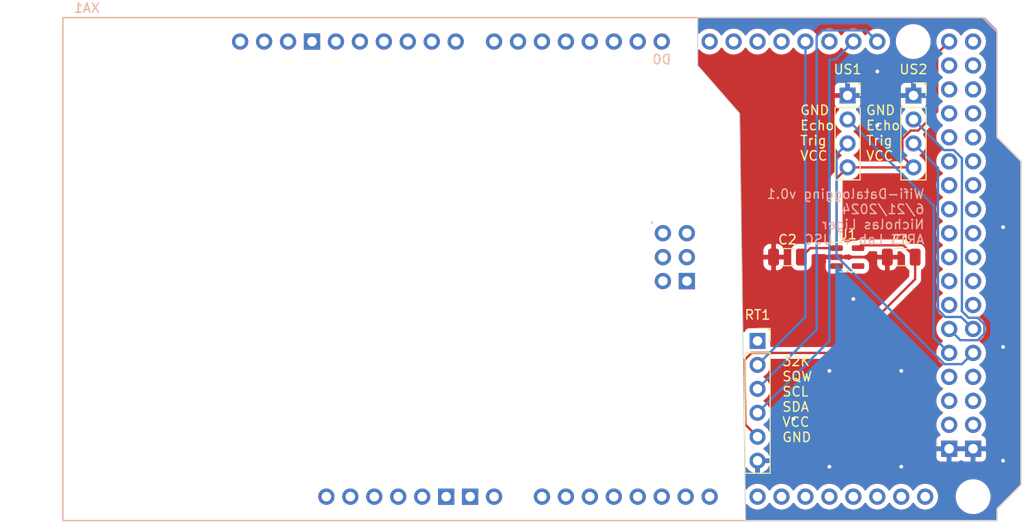
<source format=kicad_pcb>
(kicad_pcb (version 20221018) (generator pcbnew)
  (layers (0 "F.Cu" signal) (31 "B.Cu" signal) (34 "B.Paste" user) (35 "F.Paste" user) (36 "B.SilkS" user "B.Silkscreen") (37 "F.SilkS" user "F.Silkscreen") (38 "B.Mask" user) (39 "F.Mask" user) (44 "Edge.Cuts" user))
  (net 0 "")
  (net 1 "GND")
  (net 4 "Net-(U1-VIN)")
  (net 6 "Net-(RT1-~{INT}{slash}SQW)")
  (net 7 "Net-(RT1-SCL)")
  (net 48 "Net-(RT1-SDA)")
  (net 49 "Net-(US1-ECHO)")
  (net 87 "Net-(US1-TRIG)")
  (net 88 "Net-(US2-ECHO)")
  (net 89 "Net-(US2-TRIG)")
  (net 90 "Net-(RT1-VCC)")
  (footprint "Connector_PinSocket_2.54mm:PinSocket_1x04_P2.54mm_Vertical" (layer "F.Cu") (at 194.335 81.925)
    (fp_text reference "US2" (at 0 -2.77) (layer "F.SilkS"))
    (fp_text value "JSN-04")
    (fp_line (start -1.33 1.27) (end -1.33 8.95) (stroke (width 0.12)) (layer "F.SilkS"))
    (fp_line (start -1.33 1.27) (end 1.33 1.27) (stroke (width 0.12)) (layer "F.SilkS"))
    (fp_line (start -1.33 8.95) (end 1.33 8.95) (stroke (width 0.12)) (layer "F.SilkS"))
    (fp_line (start 0 -1.33) (end 1.33 -1.33) (stroke (width 0.12)) (layer "F.SilkS"))
    (fp_line (start 1.33 -1.33) (end 1.33 0) (stroke (width 0.12)) (layer "F.SilkS"))
    (fp_line (start 1.33 1.27) (end 1.33 8.95) (stroke (width 0.12)) (layer "F.SilkS"))
    (pad "1" thru_hole rect (at 0 0) (size 1.7 1.7) (drill 1) (layers "*.Cu" "*.Mask") (net 1 "GND"))
    (pad "2" thru_hole oval (at 0 2.54) (size 1.7 1.7) (drill 1) (layers "*.Cu" "*.Mask") (net 88 "Net-(US2-ECHO)"))
    (pad "3" thru_hole oval (at 0 5.08) (size 1.7 1.7) (drill 1) (layers "*.Cu" "*.Mask") (net 89 "Net-(US2-TRIG)"))
    (pad "4" thru_hole oval (at 0 7.62) (size 1.7 1.7) (drill 1) (layers "*.Cu" "*.Mask") (net 4 "Net-(U1-VIN)"))
  )
  (footprint "Capacitor_SMD:C_1206_3216Metric" (layer "F.Cu") (at 180.975 99.06)
    (fp_text reference "C2" (at 0 -1.85) (layer "F.SilkS"))
    (fp_text value "1 µF")
    (fp_line (start -0.711252 -0.91) (end 0.711252 -0.91) (stroke (width 0.12)) (layer "F.SilkS"))
    (fp_line (start -0.711252 0.91) (end 0.711252 0.91) (stroke (width 0.12)) (layer "F.SilkS"))
    (pad "1" smd roundrect (at -1.475 0) (size 1.15 1.8) (layers "F.Cu" "F.Paste" "F.Mask") (roundrect_rratio 0.217391) (net 1 "GND"))
    (pad "2" smd roundrect (at 1.475 0) (size 1.15 1.8) (layers "F.Cu" "F.Paste" "F.Mask") (roundrect_rratio 0.217391) (net 4 "Net-(U1-VIN)"))
  )
  (footprint "Capacitor_SMD:C_1206_3216Metric" (layer "F.Cu") (at 193.04 99.06)
    (fp_text reference "C1" (at 0 -1.85) (layer "F.SilkS"))
    (fp_text value "1 µF")
    (fp_line (start -0.711252 -0.91) (end 0.711252 -0.91) (stroke (width 0.12)) (layer "F.SilkS"))
    (fp_line (start -0.711252 0.91) (end 0.711252 0.91) (stroke (width 0.12)) (layer "F.SilkS"))
    (pad "1" smd roundrect (at -1.475 0) (size 1.15 1.8) (layers "F.Cu" "F.Paste" "F.Mask") (roundrect_rratio 0.217391) (net 1 "GND"))
    (pad "2" smd roundrect (at 1.475 0) (size 1.15 1.8) (layers "F.Cu" "F.Paste" "F.Mask") (roundrect_rratio 0.217391) (net 90 "Net-(RT1-VCC)"))
  )
  (footprint "Package_TO_SOT_SMD:SOT-23-5" (layer "F.Cu") (at 187.325 99.06)
    (fp_text reference "U1" (at 0 -2.4) (layer "F.SilkS"))
    (fp_text value "TC2014-3.3VxCTTR")
    (fp_line (start 0 -1.56) (end -1.8 -1.56) (stroke (width 0.12)) (layer "F.SilkS"))
    (fp_line (start 0 -1.56) (end 0.8 -1.56) (stroke (width 0.12)) (layer "F.SilkS"))
    (fp_line (start 0 1.56) (end -0.8 1.56) (stroke (width 0.12)) (layer "F.SilkS"))
    (fp_line (start 0 1.56) (end 0.8 1.56) (stroke (width 0.12)) (layer "F.SilkS"))
    (pad "1" smd roundrect (at -1.1375 -0.95) (size 1.325 0.6) (layers "F.Cu" "F.Paste" "F.Mask") (net 4 "Net-(U1-VIN)"))
    (pad "2" smd roundrect (at -1.1375 0) (size 1.325 0.6) (layers "F.Cu" "F.Paste" "F.Mask") (net 1 "GND"))
    (pad "3" smd roundrect (at -1.1375 0.95) (size 1.325 0.6) (layers "F.Cu" "F.Paste" "F.Mask"))
    (pad "4" smd roundrect (at 1.1375 0.95) (size 1.325 0.6) (layers "F.Cu" "F.Paste" "F.Mask"))
    (pad "5" smd roundrect (at 1.1375 -0.95) (size 1.325 0.6) (layers "F.Cu" "F.Paste" "F.Mask") (net 90 "Net-(RT1-VCC)"))
  )
  (footprint "Connector_PinSocket_2.54mm:PinSocket_1x06_P2.54mm_Vertical" (layer "F.Cu") (at 177.8 107.95)
    (fp_text reference "RT1" (at 0 -2.77) (layer "F.SilkS"))
    (fp_text value "Real Time Clock")
    (fp_line (start -1.33 1.27) (end -1.33 14.03) (stroke (width 0.12)) (layer "F.SilkS"))
    (fp_line (start -1.33 1.27) (end 1.33 1.27) (stroke (width 0.12)) (layer "F.SilkS"))
    (fp_line (start -1.33 14.03) (end 1.33 14.03) (stroke (width 0.12)) (layer "F.SilkS"))
    (fp_line (start 0 -1.33) (end 1.33 -1.33) (stroke (width 0.12)) (layer "F.SilkS"))
    (fp_line (start 1.33 -1.33) (end 1.33 0) (stroke (width 0.12)) (layer "F.SilkS"))
    (fp_line (start 1.33 1.27) (end 1.33 14.03) (stroke (width 0.12)) (layer "F.SilkS"))
    (pad "1" thru_hole rect (at 0 0) (size 1.7 1.7) (drill 1) (layers "*.Cu" "*.Mask"))
    (pad "2" thru_hole oval (at 0 2.54) (size 1.7 1.7) (drill 1) (layers "*.Cu" "*.Mask") (net 6 "Net-(RT1-~{INT}{slash}SQW)"))
    (pad "3" thru_hole oval (at 0 5.08) (size 1.7 1.7) (drill 1) (layers "*.Cu" "*.Mask") (net 7 "Net-(RT1-SCL)"))
    (pad "4" thru_hole oval (at 0 7.62) (size 1.7 1.7) (drill 1) (layers "*.Cu" "*.Mask") (net 48 "Net-(RT1-SDA)"))
    (pad "5" thru_hole oval (at 0 10.16) (size 1.7 1.7) (drill 1) (layers "*.Cu" "*.Mask") (net 90 "Net-(RT1-VCC)"))
    (pad "6" thru_hole oval (at 0 12.7) (size 1.7 1.7) (drill 1) (layers "*.Cu" "*.Mask") (net 1 "GND"))
  )
  (footprint "Connector_PinSocket_2.54mm:PinSocket_1x04_P2.54mm_Vertical" (layer "F.Cu") (at 187.35 81.925)
    (fp_text reference "US1" (at 0 -2.77) (layer "F.SilkS"))
    (fp_text value "JSN-04")
    (fp_line (start -1.33 1.27) (end -1.33 8.95) (stroke (width 0.12)) (layer "F.SilkS"))
    (fp_line (start -1.33 1.27) (end 1.33 1.27) (stroke (width 0.12)) (layer "F.SilkS"))
    (fp_line (start -1.33 8.95) (end 1.33 8.95) (stroke (width 0.12)) (layer "F.SilkS"))
    (fp_line (start 0 -1.33) (end 1.33 -1.33) (stroke (width 0.12)) (layer "F.SilkS"))
    (fp_line (start 1.33 -1.33) (end 1.33 0) (stroke (width 0.12)) (layer "F.SilkS"))
    (fp_line (start 1.33 1.27) (end 1.33 8.95) (stroke (width 0.12)) (layer "F.SilkS"))
    (pad "1" thru_hole rect (at 0 0) (size 1.7 1.7) (drill 1) (layers "*.Cu" "*.Mask") (net 1 "GND"))
    (pad "2" thru_hole oval (at 0 2.54) (size 1.7 1.7) (drill 1) (layers "*.Cu" "*.Mask") (net 49 "Net-(US1-ECHO)"))
    (pad "3" thru_hole oval (at 0 5.08) (size 1.7 1.7) (drill 1) (layers "*.Cu" "*.Mask") (net 87 "Net-(US1-TRIG)"))
    (pad "4" thru_hole oval (at 0 7.62) (size 1.7 1.7) (drill 1) (layers "*.Cu" "*.Mask") (net 4 "Net-(U1-VIN)"))
  )
  (footprint "PCM_arduino-library:Arduino_Mega2560_R3_Shield" (layer "F.Cu") (at 104.14 127)
    (fp_text reference "XA1" (at 2.54 -54.356) (layer "B.SilkS") (effects (justify mirror)))
    (fp_text value "Arduino_Mega2560_Shield")
    (fp_text user "." (at 62.484 -32.004) (layer "B.SilkS"))
    (fp_text user "D0" (at 63.5 -48.895 unlocked) (layer "B.SilkS") (effects (justify mirror)))
    (fp_text user "." (at 62.484 -32.004) (layer "F.SilkS"))
    (fp_text user "D0" (at 63.5 -48.895 unlocked) (layer "F.SilkS"))
    (fp_line (start 0 -53.34) (end 0 0) (stroke (width 0.15)) (layer "B.SilkS"))
    (fp_line (start 0 -53.34) (end 97.536 -53.34) (stroke (width 0.15)) (layer "B.SilkS"))
    (fp_line (start 0 0) (end 99.06 0) (stroke (width 0.15)) (layer "B.SilkS"))
    (fp_line (start 97.536 -53.34) (end 99.06 -51.816) (stroke (width 0.15)) (layer "B.SilkS"))
    (fp_line (start 99.06 -40.64) (end 99.06 -51.816) (stroke (width 0.15)) (layer "B.SilkS"))
    (fp_line (start 99.06 -1.27) (end 101.6 -3.81) (stroke (width 0.15)) (layer "B.SilkS"))
    (fp_line (start 99.06 0) (end 99.06 -1.27) (stroke (width 0.15)) (layer "B.SilkS"))
    (fp_line (start 101.6 -38.1) (end 99.06 -40.64) (stroke (width 0.15)) (layer "B.SilkS"))
    (fp_line (start 101.6 -3.81) (end 101.6 -38.1) (stroke (width 0.15)) (layer "B.SilkS"))
    (pad "" np_thru_hole circle (at 13.97 -2.54) (size 3.2 3.2) (drill 3.2) (layers "*.Cu" "*.Mask"))
    (pad "" np_thru_hole circle (at 15.24 -50.8) (size 3.2 3.2) (drill 3.2) (layers "*.Cu" "*.Mask"))
    (pad "" thru_hole oval (at 27.94 -2.54) (size 1.7272 1.7272) (drill 1.016) (layers "*.Cu" "*.Mask"))
    (pad "" np_thru_hole circle (at 66.04 -35.56) (size 3.2 3.2) (drill 3.2) (layers "*.Cu" "*.Mask"))
    (pad "" np_thru_hole circle (at 66.04 -7.62) (size 3.2 3.2) (drill 3.2) (layers "*.Cu" "*.Mask"))
    (pad "" np_thru_hole circle (at 90.17 -50.8) (size 3.2 3.2) (drill 3.2) (layers "*.Cu" "*.Mask"))
    (pad "" np_thru_hole circle (at 96.52 -2.54) (size 3.2 3.2) (drill 3.2) (layers "*.Cu" "*.Mask"))
    (pad "3V3" thru_hole oval (at 35.56 -2.54) (size 1.7272 1.7272) (drill 1.016) (layers "*.Cu" "*.Mask"))
    (pad "5V1" thru_hole oval (at 38.1 -2.54) (size 1.7272 1.7272) (drill 1.016) (layers "*.Cu" "*.Mask"))
    (pad "5V2" thru_hole oval (at 66.167 -30.48) (size 1.7272 1.7272) (drill 1.016) (layers "*.Cu" "*.Mask"))
    (pad "5V3" thru_hole oval (at 93.98 -50.8) (size 1.7272 1.7272) (drill 1.016) (layers "*.Cu" "*.Mask") (net 4 "Net-(U1-VIN)"))
    (pad "5V4" thru_hole oval (at 96.52 -50.8) (size 1.7272 1.7272) (drill 1.016) (layers "*.Cu" "*.Mask"))
    (pad "A0" thru_hole oval (at 50.8 -2.54) (size 1.7272 1.7272) (drill 1.016) (layers "*.Cu" "*.Mask"))
    (pad "A1" thru_hole oval (at 53.34 -2.54) (size 1.7272 1.7272) (drill 1.016) (layers "*.Cu" "*.Mask"))
    (pad "A2" thru_hole oval (at 55.88 -2.54) (size 1.7272 1.7272) (drill 1.016) (layers "*.Cu" "*.Mask"))
    (pad "A3" thru_hole oval (at 58.42 -2.54) (size 1.7272 1.7272) (drill 1.016) (layers "*.Cu" "*.Mask"))
    (pad "A4" thru_hole oval (at 60.96 -2.54) (size 1.7272 1.7272) (drill 1.016) (layers "*.Cu" "*.Mask"))
    (pad "A5" thru_hole oval (at 63.5 -2.54) (size 1.7272 1.7272) (drill 1.016) (layers "*.Cu" "*.Mask"))
    (pad "A6" thru_hole oval (at 66.04 -2.54) (size 1.7272 1.7272) (drill 1.016) (layers "*.Cu" "*.Mask"))
    (pad "A7" thru_hole oval (at 68.58 -2.54) (size 1.7272 1.7272) (drill 1.016) (layers "*.Cu" "*.Mask"))
    (pad "A8" thru_hole oval (at 73.66 -2.54) (size 1.7272 1.7272) (drill 1.016) (layers "*.Cu" "*.Mask"))
    (pad "A9" thru_hole oval (at 76.2 -2.54) (size 1.7272 1.7272) (drill 1.016) (layers "*.Cu" "*.Mask"))
    (pad "A10" thru_hole oval (at 78.74 -2.54) (size 1.7272 1.7272) (drill 1.016) (layers "*.Cu" "*.Mask"))
    (pad "A11" thru_hole oval (at 81.28 -2.54) (size 1.7272 1.7272) (drill 1.016) (layers "*.Cu" "*.Mask"))
    (pad "A12" thru_hole oval (at 83.82 -2.54) (size 1.7272 1.7272) (drill 1.016) (layers "*.Cu" "*.Mask"))
    (pad "A13" thru_hole oval (at 86.36 -2.54) (size 1.7272 1.7272) (drill 1.016) (layers "*.Cu" "*.Mask"))
    (pad "A14" thru_hole oval (at 88.9 -2.54) (size 1.7272 1.7272) (drill 1.016) (layers "*.Cu" "*.Mask"))
    (pad "A15" thru_hole oval (at 91.44 -2.54) (size 1.7272 1.7272) (drill 1.016) (layers "*.Cu" "*.Mask"))
    (pad "AREF" thru_hole oval (at 23.876 -50.8) (size 1.7272 1.7272) (drill 1.016) (layers "*.Cu" "*.Mask"))
    (pad "D0" thru_hole oval (at 63.5 -50.8) (size 1.7272 1.7272) (drill 1.016) (layers "*.Cu" "*.Mask"))
    (pad "D1" thru_hole oval (at 60.96 -50.8) (size 1.7272 1.7272) (drill 1.016) (layers "*.Cu" "*.Mask"))
    (pad "D2" thru_hole oval (at 58.42 -50.8) (size 1.7272 1.7272) (drill 1.016) (layers "*.Cu" "*.Mask"))
    (pad "D3" thru_hole oval (at 55.88 -50.8) (size 1.7272 1.7272) (drill 1.016) (layers "*.Cu" "*.Mask"))
    (pad "D4" thru_hole oval (at 53.34 -50.8) (size 1.7272 1.7272) (drill 1.016) (layers "*.Cu" "*.Mask"))
    (pad "D5" thru_hole oval (at 50.8 -50.8) (size 1.7272 1.7272) (drill 1.016) (layers "*.Cu" "*.Mask"))
    (pad "D6" thru_hole oval (at 48.26 -50.8) (size 1.7272 1.7272) (drill 1.016) (layers "*.Cu" "*.Mask"))
    (pad "D7" thru_hole oval (at 45.72 -50.8) (size 1.7272 1.7272) (drill 1.016) (layers "*.Cu" "*.Mask"))
    (pad "D8" thru_hole oval (at 41.656 -50.8) (size 1.7272 1.7272) (drill 1.016) (layers "*.Cu" "*.Mask"))
    (pad "D9" thru_hole oval (at 39.116 -50.8) (size 1.7272 1.7272) (drill 1.016) (layers "*.Cu" "*.Mask"))
    (pad "D10" thru_hole oval (at 36.576 -50.8) (size 1.7272 1.7272) (drill 1.016) (layers "*.Cu" "*.Mask"))
    (pad "D11" thru_hole oval (at 34.036 -50.8) (size 1.7272 1.7272) (drill 1.016) (layers "*.Cu" "*.Mask"))
    (pad "D12" thru_hole oval (at 31.496 -50.8) (size 1.7272 1.7272) (drill 1.016) (layers "*.Cu" "*.Mask"))
    (pad "D13" thru_hole oval (at 28.956 -50.8) (size 1.7272 1.7272) (drill 1.016) (layers "*.Cu" "*.Mask"))
    (pad "D14" thru_hole oval (at 68.58 -50.8) (size 1.7272 1.7272) (drill 1.016) (layers "*.Cu" "*.Mask"))
    (pad "D15" thru_hole oval (at 71.12 -50.8) (size 1.7272 1.7272) (drill 1.016) (layers "*.Cu" "*.Mask"))
    (pad "D16" thru_hole oval (at 73.66 -50.8) (size 1.7272 1.7272) (drill 1.016) (layers "*.Cu" "*.Mask"))
    (pad "D17" thru_hole oval (at 76.2 -50.8) (size 1.7272 1.7272) (drill 1.016) (layers "*.Cu" "*.Mask"))
    (pad "D18" thru_hole oval (at 78.74 -50.8) (size 1.7272 1.7272) (drill 1.016) (layers "*.Cu" "*.Mask") (net 6 "Net-(RT1-~{INT}{slash}SQW)"))
    (pad "D19" thru_hole oval (at 81.28 -50.8) (size 1.7272 1.7272) (drill 1.016) (layers "*.Cu" "*.Mask"))
    (pad "D20" thru_hole oval (at 83.82 -50.8) (size 1.7272 1.7272) (drill 1.016) (layers "*.Cu" "*.Mask") (net 48 "Net-(RT1-SDA)"))
    (pad "D21" thru_hole oval (at 86.36 -50.8) (size 1.7272 1.7272) (drill 1.016) (layers "*.Cu" "*.Mask") (net 7 "Net-(RT1-SCL)"))
    (pad "D22" thru_hole oval (at 93.98 -48.26) (size 1.7272 1.7272) (drill 1.016) (layers "*.Cu" "*.Mask"))
    (pad "D23" thru_hole oval (at 96.52 -48.26) (size 1.7272 1.7272) (drill 1.016) (layers "*.Cu" "*.Mask"))
    (pad "D24" thru_hole oval (at 93.98 -45.72) (size 1.7272 1.7272) (drill 1.016) (layers "*.Cu" "*.Mask"))
    (pad "D25" thru_hole oval (at 96.52 -45.72) (size 1.7272 1.7272) (drill 1.016) (layers "*.Cu" "*.Mask"))
    (pad "D26" thru_hole oval (at 93.98 -43.18) (size 1.7272 1.7272) (drill 1.016) (layers "*.Cu" "*.Mask"))
    (pad "D27" thru_hole oval (at 96.52 -43.18) (size 1.7272 1.7272) (drill 1.016) (layers "*.Cu" "*.Mask"))
    (pad "D28" thru_hole oval (at 93.98 -40.64) (size 1.7272 1.7272) (drill 1.016) (layers "*.Cu" "*.Mask"))
    (pad "D29" thru_hole oval (at 96.52 -40.64) (size 1.7272 1.7272) (drill 1.016) (layers "*.Cu" "*.Mask"))
    (pad "D30" thru_hole oval (at 93.98 -38.1) (size 1.7272 1.7272) (drill 1.016) (layers "*.Cu" "*.Mask"))
    (pad "D31" thru_hole oval (at 96.52 -38.1) (size 1.7272 1.7272) (drill 1.016) (layers "*.Cu" "*.Mask"))
    (pad "D32" thru_hole oval (at 93.98 -35.56) (size 1.7272 1.7272) (drill 1.016) (layers "*.Cu" "*.Mask"))
    (pad "D33" thru_hole oval (at 96.52 -35.56) (size 1.7272 1.7272) (drill 1.016) (layers "*.Cu" "*.Mask"))
    (pad "D34" thru_hole oval (at 93.98 -33.02) (size 1.7272 1.7272) (drill 1.016) (layers "*.Cu" "*.Mask"))
    (pad "D35" thru_hole oval (at 96.52 -33.02) (size 1.7272 1.7272) (drill 1.016) (layers "*.Cu" "*.Mask"))
    (pad "D36" thru_hole oval (at 93.98 -30.48) (size 1.7272 1.7272) (drill 1.016) (layers "*.Cu" "*.Mask"))
    (pad "D37" thru_hole oval (at 96.52 -30.48) (size 1.7272 1.7272) (drill 1.016) (layers "*.Cu" "*.Mask"))
    (pad "D38" thru_hole oval (at 93.98 -27.94) (size 1.7272 1.7272) (drill 1.016) (layers "*.Cu" "*.Mask"))
    (pad "D39" thru_hole oval (at 96.52 -27.94) (size 1.7272 1.7272) (drill 1.016) (layers "*.Cu" "*.Mask"))
    (pad "D40" thru_hole oval (at 93.98 -25.4) (size 1.7272 1.7272) (drill 1.016) (layers "*.Cu" "*.Mask"))
    (pad "D41" thru_hole oval (at 96.52 -25.4) (size 1.7272 1.7272) (drill 1.016) (layers "*.Cu" "*.Mask"))
    (pad "D42" thru_hole oval (at 93.98 -22.86) (size 1.7272 1.7272) (drill 1.016) (layers "*.Cu" "*.Mask"))
    (pad "D43" thru_hole oval (at 96.52 -22.86) (size 1.7272 1.7272) (drill 1.016) (layers "*.Cu" "*.Mask"))
    (pad "D44" thru_hole oval (at 93.98 -20.32) (size 1.7272 1.7272) (drill 1.016) (layers "*.Cu" "*.Mask") (net 88 "Net-(US2-ECHO)"))
    (pad "D45" thru_hole oval (at 96.52 -20.32) (size 1.7272 1.7272) (drill 1.016) (layers "*.Cu" "*.Mask") (net 89 "Net-(US2-TRIG)"))
    (pad "D46" thru_hole oval (at 93.98 -17.78) (size 1.7272 1.7272) (drill 1.016) (layers "*.Cu" "*.Mask") (net 49 "Net-(US1-ECHO)"))
    (pad "D47" thru_hole oval (at 96.52 -17.78) (size 1.7272 1.7272) (drill 1.016) (layers "*.Cu" "*.Mask") (net 87 "Net-(US1-TRIG)"))
    (pad "D48" thru_hole oval (at 93.98 -15.24) (size 1.7272 1.7272) (drill 1.016) (layers "*.Cu" "*.Mask"))
    (pad "D49" thru_hole oval (at 96.52 -15.24) (size 1.7272 1.7272) (drill 1.016) (layers "*.Cu" "*.Mask"))
    (pad "D50" thru_hole oval (at 93.98 -12.7) (size 1.7272 1.7272) (drill 1.016) (layers "*.Cu" "*.Mask"))
    (pad "D51" thru_hole oval (at 96.52 -12.7) (size 1.7272 1.7272) (drill 1.016) (layers "*.Cu" "*.Mask"))
    (pad "D52" thru_hole oval (at 93.98 -10.16) (size 1.7272 1.7272) (drill 1.016) (layers "*.Cu" "*.Mask"))
    (pad "D53" thru_hole oval (at 96.52 -10.16) (size 1.7272 1.7272) (drill 1.016) (layers "*.Cu" "*.Mask"))
    (pad "GND1" thru_hole rect (at 26.416 -50.8) (size 1.7272 1.7272) (drill 1.016) (layers "*.Cu" "*.Mask"))
    (pad "GND2" thru_hole rect (at 40.64 -2.54) (size 1.7272 1.7272) (drill 1.016) (layers "*.Cu" "*.Mask"))
    (pad "GND3" thru_hole rect (at 43.18 -2.54) (size 1.7272 1.7272) (drill 1.016) (layers "*.Cu" "*.Mask"))
    (pad "GND4" thru_hole rect (at 66.167 -25.4) (size 1.7272 1.7272) (drill 1.016) (layers "*.Cu" "*.Mask"))
    (pad "GND5" thru_hole rect (at 93.98 -7.62) (size 1.7272 1.7272) (drill 1.016) (layers "*.Cu" "*.Mask") (net 1 "GND"))
    (pad "GND6" thru_hole rect (at 96.52 -7.62) (size 1.7272 1.7272) (drill 1.016) (layers "*.Cu" "*.Mask") (net 1 "GND"))
    (pad "IORF" thru_hole oval (at 30.48 -2.54) (size 1.7272 1.7272) (drill 1.016) (layers "*.Cu" "*.Mask"))
    (pad "MISO" thru_hole oval (at 63.627 -30.48) (size 1.7272 1.7272) (drill 1.016) (layers "*.Cu" "*.Mask"))
    (pad "MOSI" thru_hole oval (at 66.167 -27.94) (size 1.7272 1.7272) (drill 1.016) (layers "*.Cu" "*.Mask"))
    (pad "RST1" thru_hole oval (at 33.02 -2.54) (size 1.7272 1.7272) (drill 1.016) (layers "*.Cu" "*.Mask"))
    (pad "RST2" thru_hole oval (at 63.627 -25.4) (size 1.7272 1.7272) (drill 1.016) (layers "*.Cu" "*.Mask"))
    (pad "SCK" thru_hole oval (at 63.627 -27.94) (size 1.7272 1.7272) (drill 1.016) (layers "*.Cu" "*.Mask"))
    (pad "SCL" thru_hole oval (at 18.796 -50.8) (size 1.7272 1.7272) (drill 1.016) (layers "*.Cu" "*.Mask"))
    (pad "SDA" thru_hole oval (at 21.336 -50.8) (size 1.7272 1.7272) (drill 1.016) (layers "*.Cu" "*.Mask"))
    (pad "VIN" thru_hole oval (at 45.72 -2.54) (size 1.7272 1.7272) (drill 1.016) (layers "*.Cu" "*.Mask"))
  )
  (gr_line (start 171.45 73.66) (end 201.93 73.66) (stroke (width 0.1)) (layer "Edge.Cuts"))
  (gr_line (start 171.45 78.74) (end 171.45 73.66) (stroke (width 0.1)) (layer "Edge.Cuts"))
  (gr_line (start 203.2 86.36) (end 205.74 88.9) (stroke (width 0.1)) (layer "Edge.Cuts"))
  (gr_line (start 205.74 123.19) (end 203.2 125.73) (stroke (width 0.1)) (layer "Edge.Cuts"))
  (gr_line (start 176.53 127) (end 175.895 83.82) (stroke (width 0.1)) (layer "Edge.Cuts"))
  (gr_line (start 203.2 127) (end 176.53 127) (stroke (width 0.1)) (layer "Edge.Cuts"))
  (gr_line (start 203.2 74.93) (end 203.2 86.36) (stroke (width 0.1)) (layer "Edge.Cuts"))
  (gr_line (start 203.2 125.73) (end 203.2 127) (stroke (width 0.1)) (layer "Edge.Cuts"))
  (gr_line (start 205.74 88.9) (end 205.74 123.19) (stroke (width 0.1)) (layer "Edge.Cuts"))
  (gr_line (start 201.93 73.66) (end 203.2 74.93) (stroke (width 0.1)) (layer "Edge.Cuts"))
  (gr_line (start 175.895 83.82) (end 171.45 78.74) (stroke (width 0.1)) (layer "Edge.Cuts"))
  (gr_text "Wifi-Datalogging v0.1\n6/21/2024\nNicholas Liger\nARTS Lab - USC" (at 195.58 97.79) (layer "B.SilkS") (effects (font (size 1 1)) (justify left bottom mirror)))
  (gr_text "GND\nEcho\nTrig\nVCC" (at 189.23 88.9) (layer "F.SilkS") (effects (font (size 1 1)) (justify left bottom)))
  (gr_text "32K\nSQW\nSCL\nSDA\nVCC\nGND" (at 180.34 118.745) (layer "F.SilkS") (effects (font (size 1 1)) (justify left bottom)))
  (gr_text "GND\nEcho\nTrig\nVCC" (at 182.245 88.9) (layer "F.SilkS") (effects (font (size 1 1)) (justify left bottom)))
  (via (at 193.04 111.125) (size 0.8) (drill 0.4) (layers "F.Cu" "B.Cu") (net 1))
  (via (at 203.835 120.65) (size 0.8) (drill 0.4) (layers "F.Cu" "B.Cu") (net 1))
  (via (at 187.96 103.505) (size 0.8) (drill 0.4) (layers "F.Cu" "B.Cu") (net 1))
  (via (at 190.5 85.09) (size 0.8) (drill 0.4) (layers "F.Cu" "B.Cu") (net 1))
  (via (at 190.5 79.375) (size 0.8) (drill 0.4) (layers "F.Cu" "B.Cu") (net 1))
  (via (at 185.42 121.285) (size 0.8) (drill 0.4) (layers "F.Cu" "B.Cu") (net 1))
  (via (at 185.42 111.125) (size 0.8) (drill 0.4) (layers "F.Cu" "B.Cu") (net 1))
  (via (at 193.04 121.285) (size 0.8) (drill 0.4) (layers "F.Cu" "B.Cu") (net 1))
  (via (at 181.61 116.205) (size 0.8) (drill 0.4) (layers "F.Cu" "B.Cu") (net 1))
  (via (at 203.835 108.585) (size 0.8) (drill 0.4) (layers "F.Cu" "B.Cu") (net 1))
  (via (at 203.835 95.885) (size 0.8) (drill 0.4) (layers "F.Cu" "B.Cu") (net 1))
  (segment (start 186.1875 98.11) (end 183.4 98.11) (width 0.25) (layer "F.Cu") (net 4))
  (segment (start 193.16 88.37) (end 193.16 86.518299) (width 0.25) (layer "F.Cu") (net 4))
  (segment (start 183.4 98.11) (end 182.45 99.06) (width 0.25) (layer "F.Cu") (net 4))
  (segment (start 196.85 83.611701) (end 196.85 77.47) (width 0.25) (layer "F.Cu") (net 4))
  (segment (start 193.16 86.518299) (end 194.038299 85.64) (width 0.25) (layer "F.Cu") (net 4))
  (segment (start 194.038299 85.64) (end 194.821701 85.64) (width 0.25) (layer "F.Cu") (net 4))
  (segment (start 196.85 77.47) (end 198.12 76.2) (width 0.25) (layer "F.Cu") (net 4))
  (segment (start 194.335 89.545) (end 187.35 89.545) (width 0.25) (layer "F.Cu") (net 4))
  (segment (start 186.1875 90.7075) (end 186.1875 98.11) (width 0.25) (layer "F.Cu") (net 4))
  (segment (start 194.821701 85.64) (end 196.85 83.611701) (width 0.25) (layer "F.Cu") (net 4))
  (segment (start 194.335 89.545) (end 193.16 88.37) (width 0.25) (layer "F.Cu") (net 4))
  (segment (start 187.35 89.545) (end 186.1875 90.7075) (width 0.25) (layer "F.Cu") (net 4))
  (segment (start 177.8 110.49) (end 182.88 105.41) (width 0.25) (layer "B.Cu") (net 6))
  (segment (start 182.88 105.41) (end 182.88 76.2) (width 0.25) (layer "B.Cu") (net 6))
  (segment (start 184.0686 106.7614) (end 184.0686 75.6464) (width 0.25) (layer "B.Cu") (net 7))
  (segment (start 189.3114 75.0114) (end 190.5 76.2) (width 0.25) (layer "B.Cu") (net 7))
  (segment (start 184.7036 75.0114) (end 189.3114 75.0114) (width 0.25) (layer "B.Cu") (net 7))
  (segment (start 184.0686 75.6464) (end 184.7036 75.0114) (width 0.25) (layer "B.Cu") (net 7))
  (segment (start 177.8 113.03) (end 184.0686 106.7614) (width 0.25) (layer "B.Cu") (net 7))
  (segment (start 185.42 78.105) (end 186.055 78.105) (width 0.25) (layer "B.Cu") (net 48))
  (segment (start 185.42 107.95) (end 185.42 78.105) (width 0.25) (layer "B.Cu") (net 48))
  (segment (start 177.8 115.57) (end 185.42 107.95) (width 0.25) (layer "B.Cu") (net 48))
  (segment (start 186.055 78.105) (end 187.96 76.2) (width 0.25) (layer "B.Cu") (net 48))
  (segment (start 196.4814 107.5814) (end 198.12 109.22) (width 0.25) (layer "B.Cu") (net 49))
  (segment (start 187.35 84.465) (end 196.4814 93.5964) (width 0.25) (layer "B.Cu") (net 49))
  (segment (start 196.4814 93.5964) (end 196.4814 107.5814) (width 0.25) (layer "B.Cu") (net 49))
  (segment (start 187.35 87.005) (end 186.175 88.18) (width 0.25) (layer "B.Cu") (net 87))
  (segment (start 186.175 88.18) (end 186.175 98.955935) (width 0.25) (layer "B.Cu") (net 87))
  (segment (start 197.627665 110.4086) (end 199.4714 110.4086) (width 0.25) (layer "B.Cu") (net 87))
  (segment (start 186.175 98.955935) (end 197.627665 110.4086) (width 0.25) (layer "B.Cu") (net 87))
  (segment (start 199.4714 110.4086) (end 200.66 109.22) (width 0.25) (layer "B.Cu") (net 87))
  (segment (start 200.167665 105.4914) (end 201.152335 105.4914) (width 0.25) (layer "B.Cu") (net 88))
  (segment (start 201.8486 107.172335) (end 201.152335 107.8686) (width 0.25) (layer "B.Cu") (net 88))
  (segment (start 201.8486 106.187665) (end 201.8486 107.172335) (width 0.25) (layer "B.Cu") (net 88))
  (segment (start 194.335 84.465) (end 197.5814 87.7114) (width 0.25) (layer "B.Cu") (net 88))
  (segment (start 199.4714 104.795135) (end 200.167665 105.4914) (width 0.25) (layer "B.Cu") (net 88))
  (segment (start 198.612335 87.7114) (end 199.4714 88.570465) (width 0.25) (layer "B.Cu") (net 88))
  (segment (start 199.3086 107.8686) (end 198.12 106.68) (width 0.25) (layer "B.Cu") (net 88))
  (segment (start 197.5814 87.7114) (end 198.612335 87.7114) (width 0.25) (layer "B.Cu") (net 88))
  (segment (start 201.152335 105.4914) (end 201.8486 106.187665) (width 0.25) (layer "B.Cu") (net 88))
  (segment (start 201.152335 107.8686) (end 199.3086 107.8686) (width 0.25) (layer "B.Cu") (net 88))
  (segment (start 199.4714 88.570465) (end 199.4714 104.795135) (width 0.25) (layer "B.Cu") (net 88))
  (segment (start 197.709065 105.41) (end 199.39 105.41) (width 0.25) (layer "B.Cu") (net 89))
  (segment (start 194.335 87.005) (end 196.9314 89.6014) (width 0.25) (layer "B.Cu") (net 89))
  (segment (start 196.9314 89.6014) (end 196.9314 104.632335) (width 0.25) (layer "B.Cu") (net 89))
  (segment (start 196.9314 104.632335) (end 197.709065 105.41) (width 0.25) (layer "B.Cu") (net 89))
  (segment (start 199.39 105.41) (end 200.66 106.68) (width 0.25) (layer "B.Cu") (net 89))
  (segment (start 176.505237 116.815237) (end 177.8 118.11) (width 0.25) (layer "F.Cu") (net 90))
  (segment (start 187.96 107.95) (end 186.69 109.22) (width 0.25) (layer "F.Cu") (net 90))
  (segment (start 176.441534 112.483434) (end 176.505237 116.815237) (width 0.25) (layer "F.Cu") (net 90))
  (segment (start 186.69 109.22) (end 177.165 109.22) (width 0.25) (layer "F.Cu") (net 90))
  (segment (start 194.515 99.06) (end 193.265 97.81) (width 0.25) (layer "F.Cu") (net 90))
  (segment (start 177.165 109.22) (end 176.441534 109.943466) (width 0.25) (layer "F.Cu") (net 90))
  (segment (start 176.441534 109.943466) (end 176.441534 112.483434) (width 0.25) (layer "F.Cu") (net 90))
  (segment (start 194.515 101.395) (end 187.96 107.95) (width 0.25) (layer "F.Cu") (net 90))
  (segment (start 194.515 99.06) (end 194.515 101.395) (width 0.25) (layer "F.Cu") (net 90))
  (segment (start 193.265 97.81) (end 188.7625 97.81) (width 0.25) (layer "F.Cu") (net 90))
  (segment (start 188.7625 97.81) (end 188.4625 98.11) (width 0.25) (layer "F.Cu") (net 90))
  (zone (net 1) (net_name "GND") (layer "F.Cu") (connect_pads (clearance 0.5)) (min_thickness 0.25) (fill yes (thermal_gap 0.5) (thermal_bridge_width 0.5))
    (polygon (pts (xy 171.45 73.66) (xy 201.93 73.66) (xy 203.2 74.93) (xy 203.2 86.36) (xy 205.74 88.9) (xy 205.74 123.19) (xy 203.2 125.73) (xy 203.2 127) (xy 176.53 127) (xy 175.895 83.82) (xy 171.45 78.74)))
  )
  (zone (net 1) (net_name "GND") (layer "B.Cu") (priority 1) (connect_pads (clearance 0.5)) (min_thickness 0.25) (fill yes (thermal_gap 0.5) (thermal_bridge_width 0.5))
    (polygon (pts (xy 171.45 73.66) (xy 201.93 73.66) (xy 203.2 74.93) (xy 203.2 86.36) (xy 205.74 88.9) (xy 205.74 123.19) (xy 203.2 125.73) (xy 203.2 127) (xy 176.53 127) (xy 175.895 83.82) (xy 171.45 78.74)))
  )
)
</source>
